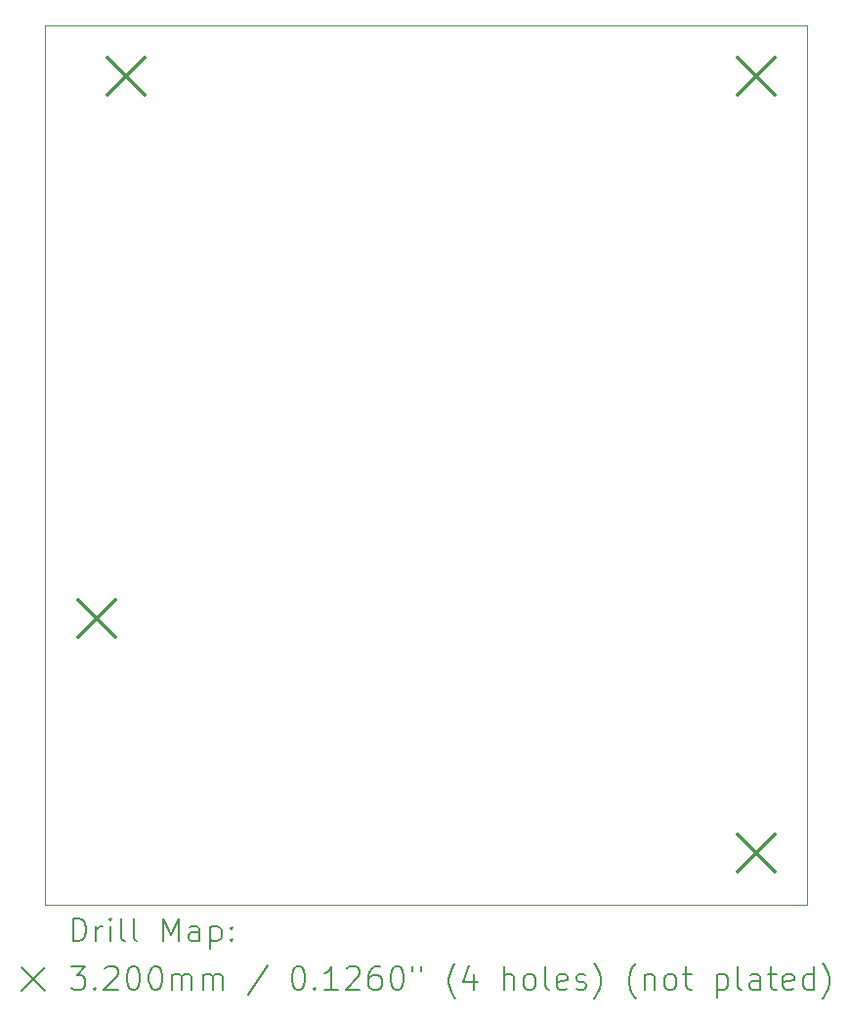
<source format=gbr>
%TF.GenerationSoftware,KiCad,Pcbnew,7.0.1-3b83917a11~172~ubuntu20.04.1*%
%TF.CreationDate,2023-04-20T11:00:41+02:00*%
%TF.ProjectId,aware,61776172-652e-46b6-9963-61645f706362,rev?*%
%TF.SameCoordinates,Original*%
%TF.FileFunction,Drillmap*%
%TF.FilePolarity,Positive*%
%FSLAX45Y45*%
G04 Gerber Fmt 4.5, Leading zero omitted, Abs format (unit mm)*
G04 Created by KiCad (PCBNEW 7.0.1-3b83917a11~172~ubuntu20.04.1) date 2023-04-20 11:00:41*
%MOMM*%
%LPD*%
G01*
G04 APERTURE LIST*
%ADD10C,0.100000*%
%ADD11C,0.200000*%
%ADD12C,0.320000*%
G04 APERTURE END LIST*
D10*
X9715500Y-3111500D02*
X16319500Y-3111500D01*
X16319500Y-10731500D01*
X9715500Y-10731500D01*
X9715500Y-3111500D01*
D11*
D12*
X10000000Y-8095000D02*
X10320000Y-8415000D01*
X10320000Y-8095000D02*
X10000000Y-8415000D01*
X10254000Y-3396000D02*
X10574000Y-3716000D01*
X10574000Y-3396000D02*
X10254000Y-3716000D01*
X15715000Y-3396000D02*
X16035000Y-3716000D01*
X16035000Y-3396000D02*
X15715000Y-3716000D01*
X15715000Y-10127000D02*
X16035000Y-10447000D01*
X16035000Y-10127000D02*
X15715000Y-10447000D01*
D11*
X9958119Y-11049024D02*
X9958119Y-10849024D01*
X9958119Y-10849024D02*
X10005738Y-10849024D01*
X10005738Y-10849024D02*
X10034310Y-10858548D01*
X10034310Y-10858548D02*
X10053357Y-10877595D01*
X10053357Y-10877595D02*
X10062881Y-10896643D01*
X10062881Y-10896643D02*
X10072405Y-10934738D01*
X10072405Y-10934738D02*
X10072405Y-10963310D01*
X10072405Y-10963310D02*
X10062881Y-11001405D01*
X10062881Y-11001405D02*
X10053357Y-11020452D01*
X10053357Y-11020452D02*
X10034310Y-11039500D01*
X10034310Y-11039500D02*
X10005738Y-11049024D01*
X10005738Y-11049024D02*
X9958119Y-11049024D01*
X10158119Y-11049024D02*
X10158119Y-10915690D01*
X10158119Y-10953786D02*
X10167643Y-10934738D01*
X10167643Y-10934738D02*
X10177167Y-10925214D01*
X10177167Y-10925214D02*
X10196214Y-10915690D01*
X10196214Y-10915690D02*
X10215262Y-10915690D01*
X10281929Y-11049024D02*
X10281929Y-10915690D01*
X10281929Y-10849024D02*
X10272405Y-10858548D01*
X10272405Y-10858548D02*
X10281929Y-10868071D01*
X10281929Y-10868071D02*
X10291452Y-10858548D01*
X10291452Y-10858548D02*
X10281929Y-10849024D01*
X10281929Y-10849024D02*
X10281929Y-10868071D01*
X10405738Y-11049024D02*
X10386690Y-11039500D01*
X10386690Y-11039500D02*
X10377167Y-11020452D01*
X10377167Y-11020452D02*
X10377167Y-10849024D01*
X10510500Y-11049024D02*
X10491452Y-11039500D01*
X10491452Y-11039500D02*
X10481929Y-11020452D01*
X10481929Y-11020452D02*
X10481929Y-10849024D01*
X10739071Y-11049024D02*
X10739071Y-10849024D01*
X10739071Y-10849024D02*
X10805738Y-10991881D01*
X10805738Y-10991881D02*
X10872405Y-10849024D01*
X10872405Y-10849024D02*
X10872405Y-11049024D01*
X11053357Y-11049024D02*
X11053357Y-10944262D01*
X11053357Y-10944262D02*
X11043833Y-10925214D01*
X11043833Y-10925214D02*
X11024786Y-10915690D01*
X11024786Y-10915690D02*
X10986690Y-10915690D01*
X10986690Y-10915690D02*
X10967643Y-10925214D01*
X11053357Y-11039500D02*
X11034310Y-11049024D01*
X11034310Y-11049024D02*
X10986690Y-11049024D01*
X10986690Y-11049024D02*
X10967643Y-11039500D01*
X10967643Y-11039500D02*
X10958119Y-11020452D01*
X10958119Y-11020452D02*
X10958119Y-11001405D01*
X10958119Y-11001405D02*
X10967643Y-10982357D01*
X10967643Y-10982357D02*
X10986690Y-10972833D01*
X10986690Y-10972833D02*
X11034310Y-10972833D01*
X11034310Y-10972833D02*
X11053357Y-10963310D01*
X11148595Y-10915690D02*
X11148595Y-11115690D01*
X11148595Y-10925214D02*
X11167643Y-10915690D01*
X11167643Y-10915690D02*
X11205738Y-10915690D01*
X11205738Y-10915690D02*
X11224786Y-10925214D01*
X11224786Y-10925214D02*
X11234309Y-10934738D01*
X11234309Y-10934738D02*
X11243833Y-10953786D01*
X11243833Y-10953786D02*
X11243833Y-11010929D01*
X11243833Y-11010929D02*
X11234309Y-11029976D01*
X11234309Y-11029976D02*
X11224786Y-11039500D01*
X11224786Y-11039500D02*
X11205738Y-11049024D01*
X11205738Y-11049024D02*
X11167643Y-11049024D01*
X11167643Y-11049024D02*
X11148595Y-11039500D01*
X11329548Y-11029976D02*
X11339071Y-11039500D01*
X11339071Y-11039500D02*
X11329548Y-11049024D01*
X11329548Y-11049024D02*
X11320024Y-11039500D01*
X11320024Y-11039500D02*
X11329548Y-11029976D01*
X11329548Y-11029976D02*
X11329548Y-11049024D01*
X11329548Y-10925214D02*
X11339071Y-10934738D01*
X11339071Y-10934738D02*
X11329548Y-10944262D01*
X11329548Y-10944262D02*
X11320024Y-10934738D01*
X11320024Y-10934738D02*
X11329548Y-10925214D01*
X11329548Y-10925214D02*
X11329548Y-10944262D01*
X9510500Y-11276500D02*
X9710500Y-11476500D01*
X9710500Y-11276500D02*
X9510500Y-11476500D01*
X9939071Y-11269024D02*
X10062881Y-11269024D01*
X10062881Y-11269024D02*
X9996214Y-11345214D01*
X9996214Y-11345214D02*
X10024786Y-11345214D01*
X10024786Y-11345214D02*
X10043833Y-11354738D01*
X10043833Y-11354738D02*
X10053357Y-11364262D01*
X10053357Y-11364262D02*
X10062881Y-11383309D01*
X10062881Y-11383309D02*
X10062881Y-11430928D01*
X10062881Y-11430928D02*
X10053357Y-11449976D01*
X10053357Y-11449976D02*
X10043833Y-11459500D01*
X10043833Y-11459500D02*
X10024786Y-11469024D01*
X10024786Y-11469024D02*
X9967643Y-11469024D01*
X9967643Y-11469024D02*
X9948595Y-11459500D01*
X9948595Y-11459500D02*
X9939071Y-11449976D01*
X10148595Y-11449976D02*
X10158119Y-11459500D01*
X10158119Y-11459500D02*
X10148595Y-11469024D01*
X10148595Y-11469024D02*
X10139071Y-11459500D01*
X10139071Y-11459500D02*
X10148595Y-11449976D01*
X10148595Y-11449976D02*
X10148595Y-11469024D01*
X10234310Y-11288071D02*
X10243833Y-11278548D01*
X10243833Y-11278548D02*
X10262881Y-11269024D01*
X10262881Y-11269024D02*
X10310500Y-11269024D01*
X10310500Y-11269024D02*
X10329548Y-11278548D01*
X10329548Y-11278548D02*
X10339071Y-11288071D01*
X10339071Y-11288071D02*
X10348595Y-11307119D01*
X10348595Y-11307119D02*
X10348595Y-11326167D01*
X10348595Y-11326167D02*
X10339071Y-11354738D01*
X10339071Y-11354738D02*
X10224786Y-11469024D01*
X10224786Y-11469024D02*
X10348595Y-11469024D01*
X10472405Y-11269024D02*
X10491452Y-11269024D01*
X10491452Y-11269024D02*
X10510500Y-11278548D01*
X10510500Y-11278548D02*
X10520024Y-11288071D01*
X10520024Y-11288071D02*
X10529548Y-11307119D01*
X10529548Y-11307119D02*
X10539071Y-11345214D01*
X10539071Y-11345214D02*
X10539071Y-11392833D01*
X10539071Y-11392833D02*
X10529548Y-11430928D01*
X10529548Y-11430928D02*
X10520024Y-11449976D01*
X10520024Y-11449976D02*
X10510500Y-11459500D01*
X10510500Y-11459500D02*
X10491452Y-11469024D01*
X10491452Y-11469024D02*
X10472405Y-11469024D01*
X10472405Y-11469024D02*
X10453357Y-11459500D01*
X10453357Y-11459500D02*
X10443833Y-11449976D01*
X10443833Y-11449976D02*
X10434310Y-11430928D01*
X10434310Y-11430928D02*
X10424786Y-11392833D01*
X10424786Y-11392833D02*
X10424786Y-11345214D01*
X10424786Y-11345214D02*
X10434310Y-11307119D01*
X10434310Y-11307119D02*
X10443833Y-11288071D01*
X10443833Y-11288071D02*
X10453357Y-11278548D01*
X10453357Y-11278548D02*
X10472405Y-11269024D01*
X10662881Y-11269024D02*
X10681929Y-11269024D01*
X10681929Y-11269024D02*
X10700976Y-11278548D01*
X10700976Y-11278548D02*
X10710500Y-11288071D01*
X10710500Y-11288071D02*
X10720024Y-11307119D01*
X10720024Y-11307119D02*
X10729548Y-11345214D01*
X10729548Y-11345214D02*
X10729548Y-11392833D01*
X10729548Y-11392833D02*
X10720024Y-11430928D01*
X10720024Y-11430928D02*
X10710500Y-11449976D01*
X10710500Y-11449976D02*
X10700976Y-11459500D01*
X10700976Y-11459500D02*
X10681929Y-11469024D01*
X10681929Y-11469024D02*
X10662881Y-11469024D01*
X10662881Y-11469024D02*
X10643833Y-11459500D01*
X10643833Y-11459500D02*
X10634310Y-11449976D01*
X10634310Y-11449976D02*
X10624786Y-11430928D01*
X10624786Y-11430928D02*
X10615262Y-11392833D01*
X10615262Y-11392833D02*
X10615262Y-11345214D01*
X10615262Y-11345214D02*
X10624786Y-11307119D01*
X10624786Y-11307119D02*
X10634310Y-11288071D01*
X10634310Y-11288071D02*
X10643833Y-11278548D01*
X10643833Y-11278548D02*
X10662881Y-11269024D01*
X10815262Y-11469024D02*
X10815262Y-11335690D01*
X10815262Y-11354738D02*
X10824786Y-11345214D01*
X10824786Y-11345214D02*
X10843833Y-11335690D01*
X10843833Y-11335690D02*
X10872405Y-11335690D01*
X10872405Y-11335690D02*
X10891452Y-11345214D01*
X10891452Y-11345214D02*
X10900976Y-11364262D01*
X10900976Y-11364262D02*
X10900976Y-11469024D01*
X10900976Y-11364262D02*
X10910500Y-11345214D01*
X10910500Y-11345214D02*
X10929548Y-11335690D01*
X10929548Y-11335690D02*
X10958119Y-11335690D01*
X10958119Y-11335690D02*
X10977167Y-11345214D01*
X10977167Y-11345214D02*
X10986691Y-11364262D01*
X10986691Y-11364262D02*
X10986691Y-11469024D01*
X11081929Y-11469024D02*
X11081929Y-11335690D01*
X11081929Y-11354738D02*
X11091452Y-11345214D01*
X11091452Y-11345214D02*
X11110500Y-11335690D01*
X11110500Y-11335690D02*
X11139072Y-11335690D01*
X11139072Y-11335690D02*
X11158119Y-11345214D01*
X11158119Y-11345214D02*
X11167643Y-11364262D01*
X11167643Y-11364262D02*
X11167643Y-11469024D01*
X11167643Y-11364262D02*
X11177167Y-11345214D01*
X11177167Y-11345214D02*
X11196214Y-11335690D01*
X11196214Y-11335690D02*
X11224786Y-11335690D01*
X11224786Y-11335690D02*
X11243833Y-11345214D01*
X11243833Y-11345214D02*
X11253357Y-11364262D01*
X11253357Y-11364262D02*
X11253357Y-11469024D01*
X11643833Y-11259500D02*
X11472405Y-11516643D01*
X11900976Y-11269024D02*
X11920024Y-11269024D01*
X11920024Y-11269024D02*
X11939072Y-11278548D01*
X11939072Y-11278548D02*
X11948595Y-11288071D01*
X11948595Y-11288071D02*
X11958119Y-11307119D01*
X11958119Y-11307119D02*
X11967643Y-11345214D01*
X11967643Y-11345214D02*
X11967643Y-11392833D01*
X11967643Y-11392833D02*
X11958119Y-11430928D01*
X11958119Y-11430928D02*
X11948595Y-11449976D01*
X11948595Y-11449976D02*
X11939072Y-11459500D01*
X11939072Y-11459500D02*
X11920024Y-11469024D01*
X11920024Y-11469024D02*
X11900976Y-11469024D01*
X11900976Y-11469024D02*
X11881929Y-11459500D01*
X11881929Y-11459500D02*
X11872405Y-11449976D01*
X11872405Y-11449976D02*
X11862881Y-11430928D01*
X11862881Y-11430928D02*
X11853357Y-11392833D01*
X11853357Y-11392833D02*
X11853357Y-11345214D01*
X11853357Y-11345214D02*
X11862881Y-11307119D01*
X11862881Y-11307119D02*
X11872405Y-11288071D01*
X11872405Y-11288071D02*
X11881929Y-11278548D01*
X11881929Y-11278548D02*
X11900976Y-11269024D01*
X12053357Y-11449976D02*
X12062881Y-11459500D01*
X12062881Y-11459500D02*
X12053357Y-11469024D01*
X12053357Y-11469024D02*
X12043833Y-11459500D01*
X12043833Y-11459500D02*
X12053357Y-11449976D01*
X12053357Y-11449976D02*
X12053357Y-11469024D01*
X12253357Y-11469024D02*
X12139072Y-11469024D01*
X12196214Y-11469024D02*
X12196214Y-11269024D01*
X12196214Y-11269024D02*
X12177167Y-11297595D01*
X12177167Y-11297595D02*
X12158119Y-11316643D01*
X12158119Y-11316643D02*
X12139072Y-11326167D01*
X12329548Y-11288071D02*
X12339072Y-11278548D01*
X12339072Y-11278548D02*
X12358119Y-11269024D01*
X12358119Y-11269024D02*
X12405738Y-11269024D01*
X12405738Y-11269024D02*
X12424786Y-11278548D01*
X12424786Y-11278548D02*
X12434310Y-11288071D01*
X12434310Y-11288071D02*
X12443833Y-11307119D01*
X12443833Y-11307119D02*
X12443833Y-11326167D01*
X12443833Y-11326167D02*
X12434310Y-11354738D01*
X12434310Y-11354738D02*
X12320024Y-11469024D01*
X12320024Y-11469024D02*
X12443833Y-11469024D01*
X12615262Y-11269024D02*
X12577167Y-11269024D01*
X12577167Y-11269024D02*
X12558119Y-11278548D01*
X12558119Y-11278548D02*
X12548595Y-11288071D01*
X12548595Y-11288071D02*
X12529548Y-11316643D01*
X12529548Y-11316643D02*
X12520024Y-11354738D01*
X12520024Y-11354738D02*
X12520024Y-11430928D01*
X12520024Y-11430928D02*
X12529548Y-11449976D01*
X12529548Y-11449976D02*
X12539072Y-11459500D01*
X12539072Y-11459500D02*
X12558119Y-11469024D01*
X12558119Y-11469024D02*
X12596214Y-11469024D01*
X12596214Y-11469024D02*
X12615262Y-11459500D01*
X12615262Y-11459500D02*
X12624786Y-11449976D01*
X12624786Y-11449976D02*
X12634310Y-11430928D01*
X12634310Y-11430928D02*
X12634310Y-11383309D01*
X12634310Y-11383309D02*
X12624786Y-11364262D01*
X12624786Y-11364262D02*
X12615262Y-11354738D01*
X12615262Y-11354738D02*
X12596214Y-11345214D01*
X12596214Y-11345214D02*
X12558119Y-11345214D01*
X12558119Y-11345214D02*
X12539072Y-11354738D01*
X12539072Y-11354738D02*
X12529548Y-11364262D01*
X12529548Y-11364262D02*
X12520024Y-11383309D01*
X12758119Y-11269024D02*
X12777167Y-11269024D01*
X12777167Y-11269024D02*
X12796214Y-11278548D01*
X12796214Y-11278548D02*
X12805738Y-11288071D01*
X12805738Y-11288071D02*
X12815262Y-11307119D01*
X12815262Y-11307119D02*
X12824786Y-11345214D01*
X12824786Y-11345214D02*
X12824786Y-11392833D01*
X12824786Y-11392833D02*
X12815262Y-11430928D01*
X12815262Y-11430928D02*
X12805738Y-11449976D01*
X12805738Y-11449976D02*
X12796214Y-11459500D01*
X12796214Y-11459500D02*
X12777167Y-11469024D01*
X12777167Y-11469024D02*
X12758119Y-11469024D01*
X12758119Y-11469024D02*
X12739072Y-11459500D01*
X12739072Y-11459500D02*
X12729548Y-11449976D01*
X12729548Y-11449976D02*
X12720024Y-11430928D01*
X12720024Y-11430928D02*
X12710500Y-11392833D01*
X12710500Y-11392833D02*
X12710500Y-11345214D01*
X12710500Y-11345214D02*
X12720024Y-11307119D01*
X12720024Y-11307119D02*
X12729548Y-11288071D01*
X12729548Y-11288071D02*
X12739072Y-11278548D01*
X12739072Y-11278548D02*
X12758119Y-11269024D01*
X12900976Y-11269024D02*
X12900976Y-11307119D01*
X12977167Y-11269024D02*
X12977167Y-11307119D01*
X13272405Y-11545214D02*
X13262881Y-11535690D01*
X13262881Y-11535690D02*
X13243834Y-11507119D01*
X13243834Y-11507119D02*
X13234310Y-11488071D01*
X13234310Y-11488071D02*
X13224786Y-11459500D01*
X13224786Y-11459500D02*
X13215262Y-11411881D01*
X13215262Y-11411881D02*
X13215262Y-11373786D01*
X13215262Y-11373786D02*
X13224786Y-11326167D01*
X13224786Y-11326167D02*
X13234310Y-11297595D01*
X13234310Y-11297595D02*
X13243834Y-11278548D01*
X13243834Y-11278548D02*
X13262881Y-11249976D01*
X13262881Y-11249976D02*
X13272405Y-11240452D01*
X13434310Y-11335690D02*
X13434310Y-11469024D01*
X13386691Y-11259500D02*
X13339072Y-11402357D01*
X13339072Y-11402357D02*
X13462881Y-11402357D01*
X13691453Y-11469024D02*
X13691453Y-11269024D01*
X13777167Y-11469024D02*
X13777167Y-11364262D01*
X13777167Y-11364262D02*
X13767643Y-11345214D01*
X13767643Y-11345214D02*
X13748596Y-11335690D01*
X13748596Y-11335690D02*
X13720024Y-11335690D01*
X13720024Y-11335690D02*
X13700976Y-11345214D01*
X13700976Y-11345214D02*
X13691453Y-11354738D01*
X13900976Y-11469024D02*
X13881929Y-11459500D01*
X13881929Y-11459500D02*
X13872405Y-11449976D01*
X13872405Y-11449976D02*
X13862881Y-11430928D01*
X13862881Y-11430928D02*
X13862881Y-11373786D01*
X13862881Y-11373786D02*
X13872405Y-11354738D01*
X13872405Y-11354738D02*
X13881929Y-11345214D01*
X13881929Y-11345214D02*
X13900976Y-11335690D01*
X13900976Y-11335690D02*
X13929548Y-11335690D01*
X13929548Y-11335690D02*
X13948596Y-11345214D01*
X13948596Y-11345214D02*
X13958119Y-11354738D01*
X13958119Y-11354738D02*
X13967643Y-11373786D01*
X13967643Y-11373786D02*
X13967643Y-11430928D01*
X13967643Y-11430928D02*
X13958119Y-11449976D01*
X13958119Y-11449976D02*
X13948596Y-11459500D01*
X13948596Y-11459500D02*
X13929548Y-11469024D01*
X13929548Y-11469024D02*
X13900976Y-11469024D01*
X14081929Y-11469024D02*
X14062881Y-11459500D01*
X14062881Y-11459500D02*
X14053357Y-11440452D01*
X14053357Y-11440452D02*
X14053357Y-11269024D01*
X14234310Y-11459500D02*
X14215262Y-11469024D01*
X14215262Y-11469024D02*
X14177167Y-11469024D01*
X14177167Y-11469024D02*
X14158119Y-11459500D01*
X14158119Y-11459500D02*
X14148596Y-11440452D01*
X14148596Y-11440452D02*
X14148596Y-11364262D01*
X14148596Y-11364262D02*
X14158119Y-11345214D01*
X14158119Y-11345214D02*
X14177167Y-11335690D01*
X14177167Y-11335690D02*
X14215262Y-11335690D01*
X14215262Y-11335690D02*
X14234310Y-11345214D01*
X14234310Y-11345214D02*
X14243834Y-11364262D01*
X14243834Y-11364262D02*
X14243834Y-11383309D01*
X14243834Y-11383309D02*
X14148596Y-11402357D01*
X14320024Y-11459500D02*
X14339072Y-11469024D01*
X14339072Y-11469024D02*
X14377167Y-11469024D01*
X14377167Y-11469024D02*
X14396215Y-11459500D01*
X14396215Y-11459500D02*
X14405738Y-11440452D01*
X14405738Y-11440452D02*
X14405738Y-11430928D01*
X14405738Y-11430928D02*
X14396215Y-11411881D01*
X14396215Y-11411881D02*
X14377167Y-11402357D01*
X14377167Y-11402357D02*
X14348596Y-11402357D01*
X14348596Y-11402357D02*
X14329548Y-11392833D01*
X14329548Y-11392833D02*
X14320024Y-11373786D01*
X14320024Y-11373786D02*
X14320024Y-11364262D01*
X14320024Y-11364262D02*
X14329548Y-11345214D01*
X14329548Y-11345214D02*
X14348596Y-11335690D01*
X14348596Y-11335690D02*
X14377167Y-11335690D01*
X14377167Y-11335690D02*
X14396215Y-11345214D01*
X14472405Y-11545214D02*
X14481929Y-11535690D01*
X14481929Y-11535690D02*
X14500977Y-11507119D01*
X14500977Y-11507119D02*
X14510500Y-11488071D01*
X14510500Y-11488071D02*
X14520024Y-11459500D01*
X14520024Y-11459500D02*
X14529548Y-11411881D01*
X14529548Y-11411881D02*
X14529548Y-11373786D01*
X14529548Y-11373786D02*
X14520024Y-11326167D01*
X14520024Y-11326167D02*
X14510500Y-11297595D01*
X14510500Y-11297595D02*
X14500977Y-11278548D01*
X14500977Y-11278548D02*
X14481929Y-11249976D01*
X14481929Y-11249976D02*
X14472405Y-11240452D01*
X14834310Y-11545214D02*
X14824786Y-11535690D01*
X14824786Y-11535690D02*
X14805738Y-11507119D01*
X14805738Y-11507119D02*
X14796215Y-11488071D01*
X14796215Y-11488071D02*
X14786691Y-11459500D01*
X14786691Y-11459500D02*
X14777167Y-11411881D01*
X14777167Y-11411881D02*
X14777167Y-11373786D01*
X14777167Y-11373786D02*
X14786691Y-11326167D01*
X14786691Y-11326167D02*
X14796215Y-11297595D01*
X14796215Y-11297595D02*
X14805738Y-11278548D01*
X14805738Y-11278548D02*
X14824786Y-11249976D01*
X14824786Y-11249976D02*
X14834310Y-11240452D01*
X14910500Y-11335690D02*
X14910500Y-11469024D01*
X14910500Y-11354738D02*
X14920024Y-11345214D01*
X14920024Y-11345214D02*
X14939072Y-11335690D01*
X14939072Y-11335690D02*
X14967643Y-11335690D01*
X14967643Y-11335690D02*
X14986691Y-11345214D01*
X14986691Y-11345214D02*
X14996215Y-11364262D01*
X14996215Y-11364262D02*
X14996215Y-11469024D01*
X15120024Y-11469024D02*
X15100977Y-11459500D01*
X15100977Y-11459500D02*
X15091453Y-11449976D01*
X15091453Y-11449976D02*
X15081929Y-11430928D01*
X15081929Y-11430928D02*
X15081929Y-11373786D01*
X15081929Y-11373786D02*
X15091453Y-11354738D01*
X15091453Y-11354738D02*
X15100977Y-11345214D01*
X15100977Y-11345214D02*
X15120024Y-11335690D01*
X15120024Y-11335690D02*
X15148596Y-11335690D01*
X15148596Y-11335690D02*
X15167643Y-11345214D01*
X15167643Y-11345214D02*
X15177167Y-11354738D01*
X15177167Y-11354738D02*
X15186691Y-11373786D01*
X15186691Y-11373786D02*
X15186691Y-11430928D01*
X15186691Y-11430928D02*
X15177167Y-11449976D01*
X15177167Y-11449976D02*
X15167643Y-11459500D01*
X15167643Y-11459500D02*
X15148596Y-11469024D01*
X15148596Y-11469024D02*
X15120024Y-11469024D01*
X15243834Y-11335690D02*
X15320024Y-11335690D01*
X15272405Y-11269024D02*
X15272405Y-11440452D01*
X15272405Y-11440452D02*
X15281929Y-11459500D01*
X15281929Y-11459500D02*
X15300977Y-11469024D01*
X15300977Y-11469024D02*
X15320024Y-11469024D01*
X15539072Y-11335690D02*
X15539072Y-11535690D01*
X15539072Y-11345214D02*
X15558119Y-11335690D01*
X15558119Y-11335690D02*
X15596215Y-11335690D01*
X15596215Y-11335690D02*
X15615262Y-11345214D01*
X15615262Y-11345214D02*
X15624786Y-11354738D01*
X15624786Y-11354738D02*
X15634310Y-11373786D01*
X15634310Y-11373786D02*
X15634310Y-11430928D01*
X15634310Y-11430928D02*
X15624786Y-11449976D01*
X15624786Y-11449976D02*
X15615262Y-11459500D01*
X15615262Y-11459500D02*
X15596215Y-11469024D01*
X15596215Y-11469024D02*
X15558119Y-11469024D01*
X15558119Y-11469024D02*
X15539072Y-11459500D01*
X15748596Y-11469024D02*
X15729548Y-11459500D01*
X15729548Y-11459500D02*
X15720024Y-11440452D01*
X15720024Y-11440452D02*
X15720024Y-11269024D01*
X15910500Y-11469024D02*
X15910500Y-11364262D01*
X15910500Y-11364262D02*
X15900977Y-11345214D01*
X15900977Y-11345214D02*
X15881929Y-11335690D01*
X15881929Y-11335690D02*
X15843834Y-11335690D01*
X15843834Y-11335690D02*
X15824786Y-11345214D01*
X15910500Y-11459500D02*
X15891453Y-11469024D01*
X15891453Y-11469024D02*
X15843834Y-11469024D01*
X15843834Y-11469024D02*
X15824786Y-11459500D01*
X15824786Y-11459500D02*
X15815262Y-11440452D01*
X15815262Y-11440452D02*
X15815262Y-11421405D01*
X15815262Y-11421405D02*
X15824786Y-11402357D01*
X15824786Y-11402357D02*
X15843834Y-11392833D01*
X15843834Y-11392833D02*
X15891453Y-11392833D01*
X15891453Y-11392833D02*
X15910500Y-11383309D01*
X15977167Y-11335690D02*
X16053358Y-11335690D01*
X16005739Y-11269024D02*
X16005739Y-11440452D01*
X16005739Y-11440452D02*
X16015262Y-11459500D01*
X16015262Y-11459500D02*
X16034310Y-11469024D01*
X16034310Y-11469024D02*
X16053358Y-11469024D01*
X16196215Y-11459500D02*
X16177167Y-11469024D01*
X16177167Y-11469024D02*
X16139072Y-11469024D01*
X16139072Y-11469024D02*
X16120024Y-11459500D01*
X16120024Y-11459500D02*
X16110500Y-11440452D01*
X16110500Y-11440452D02*
X16110500Y-11364262D01*
X16110500Y-11364262D02*
X16120024Y-11345214D01*
X16120024Y-11345214D02*
X16139072Y-11335690D01*
X16139072Y-11335690D02*
X16177167Y-11335690D01*
X16177167Y-11335690D02*
X16196215Y-11345214D01*
X16196215Y-11345214D02*
X16205739Y-11364262D01*
X16205739Y-11364262D02*
X16205739Y-11383309D01*
X16205739Y-11383309D02*
X16110500Y-11402357D01*
X16377167Y-11469024D02*
X16377167Y-11269024D01*
X16377167Y-11459500D02*
X16358120Y-11469024D01*
X16358120Y-11469024D02*
X16320024Y-11469024D01*
X16320024Y-11469024D02*
X16300977Y-11459500D01*
X16300977Y-11459500D02*
X16291453Y-11449976D01*
X16291453Y-11449976D02*
X16281929Y-11430928D01*
X16281929Y-11430928D02*
X16281929Y-11373786D01*
X16281929Y-11373786D02*
X16291453Y-11354738D01*
X16291453Y-11354738D02*
X16300977Y-11345214D01*
X16300977Y-11345214D02*
X16320024Y-11335690D01*
X16320024Y-11335690D02*
X16358120Y-11335690D01*
X16358120Y-11335690D02*
X16377167Y-11345214D01*
X16453358Y-11545214D02*
X16462881Y-11535690D01*
X16462881Y-11535690D02*
X16481929Y-11507119D01*
X16481929Y-11507119D02*
X16491453Y-11488071D01*
X16491453Y-11488071D02*
X16500977Y-11459500D01*
X16500977Y-11459500D02*
X16510500Y-11411881D01*
X16510500Y-11411881D02*
X16510500Y-11373786D01*
X16510500Y-11373786D02*
X16500977Y-11326167D01*
X16500977Y-11326167D02*
X16491453Y-11297595D01*
X16491453Y-11297595D02*
X16481929Y-11278548D01*
X16481929Y-11278548D02*
X16462881Y-11249976D01*
X16462881Y-11249976D02*
X16453358Y-11240452D01*
M02*

</source>
